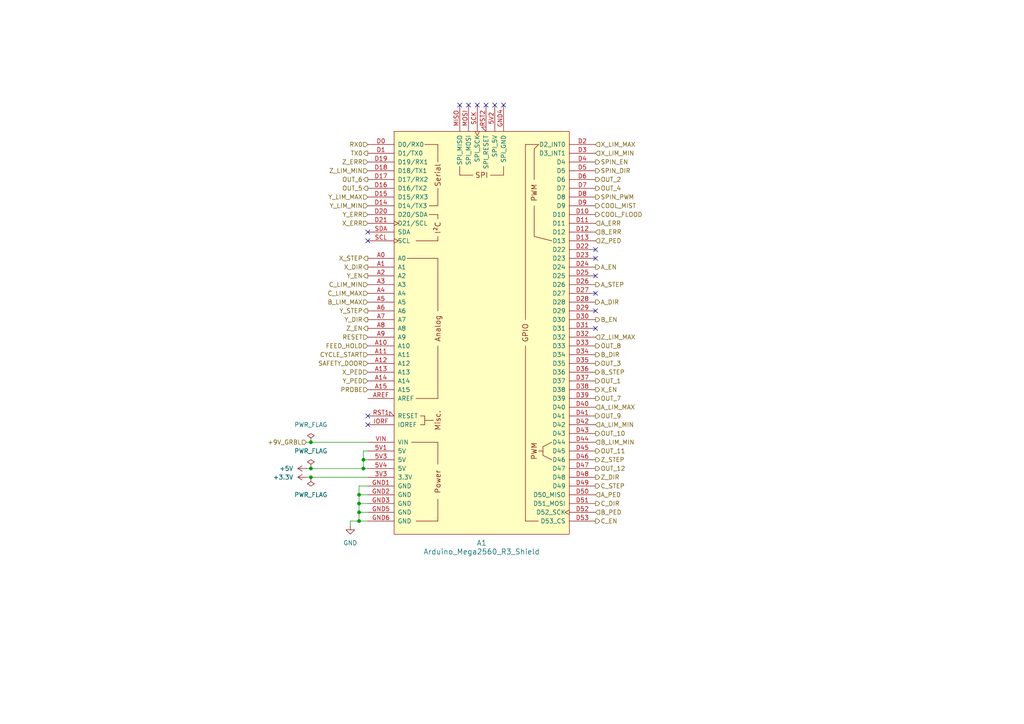
<source format=kicad_sch>
(kicad_sch (version 20250114) (generator "eeschema") (generator_version "9.0")
  (paper "A4")
  (lib_symbols
    (symbol "PCM_arduino-library:Arduino_Mega2560_R3_Shield" (pin_names (offset 1.016))
      (property "Reference" "A" (at 0 -62.23 0))
      (property "Value" "Arduino_Mega2560_R3_Shield" (at 0 -66.04 0))
      (symbol "Arduino_Mega2560_R3_Shield_0_0"
        (rectangle (start -25.4 -58.42) (end 25.4 58.42) (fill (type background)))
        (polyline (pts (xy -21.59 21.59) (xy -12.7 21.59)))
        (rectangle (start -20.32 -31.75) (end -12.7 -31.75))
        (rectangle (start -19.05 26.67) (end -12.7 26.67))
        (rectangle (start -19.05 -19.05) (end -12.7 -19.05))
        (rectangle (start -19.05 -54.61) (end -12.7 -54.61))
        (rectangle (start -17.78 -24.13) (end -16.51 -24.13))
        (rectangle (start -17.78 -26.67) (end -16.51 -26.67))
        (rectangle (start -16.51 54.61) (end -12.7 54.61))
        (rectangle (start -16.51 -24.13) (end -16.51 -26.67))
        (rectangle (start -16.51 -25.4) (end -13.97 -25.4))
        (rectangle (start -15.24 36.83) (end -12.7 36.83))
        (rectangle (start -15.24 34.29) (end -12.7 34.29))
        (rectangle (start -12.7 49.53) (end -12.7 54.61))
        (rectangle (start -12.7 41.91) (end -12.7 36.83))
        (rectangle (start -12.7 34.29) (end -12.7 33.02))
        (rectangle (start -12.7 26.67) (end -12.7 27.94))
        (polyline (pts (xy -12.7 6.35) (xy -12.7 21.59)))
        (polyline (pts (xy -12.7 -19.05) (xy -12.7 -3.81)))
        (rectangle (start -12.7 -31.75) (end -12.7 -38.1))
        (rectangle (start -12.7 -54.61) (end -12.7 -48.26))
        (rectangle (start -6.35 48.26) (end -6.35 45.72))
        (rectangle (start -2.54 45.72) (end -6.35 45.72))
        (rectangle (start 6.35 48.26) (end 6.35 45.72))
        (rectangle (start 6.35 45.72) (end 2.54 45.72))
        (polyline (pts (xy 12.7 54.61) (xy 16.51 54.61)))
        (polyline (pts (xy 12.7 -54.61) (xy 16.51 -54.61)))
        (polyline (pts (xy 15.24 44.45) (xy 15.24 53.34) (xy 16.51 54.61)))
        (polyline (pts (xy 15.24 36.83) (xy 15.24 27.94) (xy 20.32 26.67)))
        (polyline (pts (xy 17.78 -34.29) (xy 16.51 -34.29)))
        (polyline (pts (xy 20.32 -31.75) (xy 17.78 -33.02) (xy 17.78 -35.56) (xy 20.32 -36.83)))
        (text "Serial" (at -12.7 45.72 900) (effects (font (size 1.524 1.524))))
        (text "I²C" (at -12.7 30.48 900) (effects (font (size 1.524 1.524))))
        (text "Analog" (at -12.7 1.27 900) (effects (font (size 1.524 1.524))))
        (text "Misc." (at -12.7 -25.4 900) (effects (font (size 1.524 1.524))))
        (text "Power" (at -12.7 -43.18 900) (effects (font (size 1.524 1.524))))
        (text "SPI" (at 0 45.72 0) (effects (font (size 1.524 1.524))))
        (text "PWM" (at 15.24 40.64 900) (effects (font (size 1.524 1.524))))
        (text "PWM" (at 15.24 -34.29 900) (effects (font (size 1.524 1.524))))
      )
      (symbol "Arduino_Mega2560_R3_Shield_1_0"
        (rectangle (start 12.7 54.61) (end 12.7 3.81))
        (rectangle (start 12.7 -54.61) (end 12.7 -3.81))
        (text "GPIO" (at 12.7 0 900) (effects (font (size 1.524 1.524))))
      )
      (symbol "Arduino_Mega2560_R3_Shield_1_1"
        (pin bidirectional line (at -33.02 54.61 0) (length 7.62) (name "D0/RX0") (number "D0"))
        (pin bidirectional line (at -33.02 52.07 0) (length 7.62) (name "D1/TX0") (number "D1"))
        (pin bidirectional line (at -33.02 49.53 0) (length 7.62) (name "D19/RX1") (number "D19"))
        (pin bidirectional line (at -33.02 46.99 0) (length 7.62) (name "D18/TX1") (number "D18"))
        (pin bidirectional line (at -33.02 44.45 0) (length 7.62) (name "D17/RX2") (number "D17"))
        (pin bidirectional line (at -33.02 41.91 0) (length 7.62) (name "D16/TX2") (number "D16"))
        (pin bidirectional line (at -33.02 39.37 0) (length 7.62) (name "D15/RX3") (number "D15"))
        (pin bidirectional line (at -33.02 36.83 0) (length 7.62) (name "D14/TX3") (number "D14"))
        (pin bidirectional line (at -33.02 34.29 0) (length 7.62) (name "D20/SDA") (number "D20"))
        (pin bidirectional clock (at -33.02 31.75 0) (length 7.62) (name "D21/SCL") (number "D21"))
        (pin bidirectional line (at -33.02 29.21 0) (length 7.62) (name "SDA") (number "SDA"))
        (pin bidirectional clock (at -33.02 26.67 0) (length 7.62) (name "SCL") (number "SCL"))
        (pin bidirectional line (at -33.02 21.59 0) (length 7.62) (name "A0") (number "A0"))
        (pin bidirectional line (at -33.02 19.05 0) (length 7.62) (name "A1") (number "A1"))
        (pin bidirectional line (at -33.02 16.51 0) (length 7.62) (name "A2") (number "A2"))
        (pin bidirectional line (at -33.02 13.97 0) (length 7.62) (name "A3") (number "A3"))
        (pin bidirectional line (at -33.02 11.43 0) (length 7.62) (name "A4") (number "A4"))
        (pin bidirectional line (at -33.02 8.89 0) (length 7.62) (name "A5") (number "A5"))
        (pin bidirectional line (at -33.02 6.35 0) (length 7.62) (name "A6") (number "A6"))
        (pin bidirectional line (at -33.02 3.81 0) (length 7.62) (name "A7") (number "A7"))
        (pin bidirectional line (at -33.02 1.27 0) (length 7.62) (name "A8") (number "A8"))
        (pin bidirectional line (at -33.02 -1.27 0) (length 7.62) (name "A9") (number "A9"))
        (pin bidirectional line (at -33.02 -3.81 0) (length 7.62) (name "A10") (number "A10"))
        (pin bidirectional line (at -33.02 -6.35 0) (length 7.62) (name "A11") (number "A11"))
        (pin bidirectional line (at -33.02 -8.89 0) (length 7.62) (name "A12") (number "A12"))
        (pin bidirectional line (at -33.02 -11.43 0) (length 7.62) (name "A13") (number "A13"))
        (pin bidirectional line (at -33.02 -13.97 0) (length 7.62) (name "A14") (number "A14"))
        (pin bidirectional line (at -33.02 -16.51 0) (length 7.62) (name "A15") (number "A15"))
        (pin input line (at -33.02 -19.05 0) (length 7.62) (name "AREF") (number "AREF"))
        (pin open_collector input_low (at -33.02 -24.13 0) (length 7.62) (name "RESET") (number "RST1"))
        (pin output line (at -33.02 -26.67 0) (length 7.62) (name "IOREF") (number "IORF"))
        (pin power_in line (at -33.02 -31.75 0) (length 7.62) (name "VIN") (number "VIN"))
        (pin power_in line (at -33.02 -34.29 0) (length 7.62) (name "5V") (number "5V1"))
        (pin power_in line (at -33.02 -36.83 0) (length 7.62) (name "5V") (number "5V3"))
        (pin power_in line (at -33.02 -39.37 0) (length 7.62) (name "5V") (number "5V4"))
        (pin power_out line (at -33.02 -41.91 0) (length 7.62) (name "3.3V") (number "3V3"))
        (pin power_in line (at -33.02 -44.45 0) (length 7.62) (name "GND") (number "GND1"))
        (pin power_in line (at -33.02 -46.99 0) (length 7.62) (name "GND") (number "GND2"))
        (pin power_in line (at -33.02 -49.53 0) (length 7.62) (name "GND") (number "GND3"))
        (pin power_in line (at -33.02 -52.07 0) (length 7.62) (name "GND") (number "GND5"))
        (pin power_in line (at -33.02 -54.61 0) (length 7.62) (name "GND") (number "GND6"))
        (pin input line (at -6.35 66.04 270) (length 7.62) (name "SPI_MISO") (number "MISO"))
        (pin output line (at -3.81 66.04 270) (length 7.62) (name "SPI_MOSI") (number "MOSI"))
        (pin output clock (at -1.27 66.04 270) (length 7.62) (name "SPI_SCK") (number "SCK"))
        (pin open_collector input_low (at 1.27 66.04 270) (length 7.62) (name "SPI_RESET") (number "RST2"))
        (pin power_in line (at 3.81 66.04 270) (length 7.62) (name "SPI_5V") (number "5V2"))
        (pin power_in line (at 6.35 66.04 270) (length 7.62) (name "SPI_GND") (number "GND4"))
        (pin bidirectional line (at 33.02 54.61 180) (length 7.62) (name "D2_INT0") (number "D2"))
        (pin bidirectional line (at 33.02 52.07 180) (length 7.62) (name "D3_INT1") (number "D3"))
        (pin bidirectional line (at 33.02 49.53 180) (length 7.62) (name "D4") (number "D4"))
        (pin bidirectional line (at 33.02 46.99 180) (length 7.62) (name "D5") (number "D5"))
        (pin bidirectional line (at 33.02 44.45 180) (length 7.62) (name "D6") (number "D6"))
        (pin bidirectional line (at 33.02 41.91 180) (length 7.62) (name "D7") (number "D7"))
        (pin bidirectional line (at 33.02 39.37 180) (length 7.62) (name "D8") (number "D8"))
        (pin bidirectional line (at 33.02 36.83 180) (length 7.62) (name "D9") (number "D9"))
        (pin bidirectional line (at 33.02 34.29 180) (length 7.62) (name "D10") (number "D10"))
        (pin bidirectional line (at 33.02 31.75 180) (length 7.62) (name "D11") (number "D11"))
        (pin bidirectional line (at 33.02 29.21 180) (length 7.62) (name "D12") (number "D12"))
        (pin bidirectional line (at 33.02 26.67 180) (length 7.62) (name "D13") (number "D13"))
        (pin bidirectional line (at 33.02 24.13 180) (length 7.62) (name "D22") (number "D22"))
        (pin bidirectional line (at 33.02 21.59 180) (length 7.62) (name "D23") (number "D23"))
        (pin bidirectional line (at 33.02 19.05 180) (length 7.62) (name "D24") (number "D24"))
        (pin bidirectional line (at 33.02 16.51 180) (length 7.62) (name "D25") (number "D25"))
        (pin bidirectional line (at 33.02 13.97 180) (length 7.62) (name "D26") (number "D26"))
        (pin bidirectional line (at 33.02 11.43 180) (length 7.62) (name "D27") (number "D27"))
        (pin bidirectional line (at 33.02 8.89 180) (length 7.62) (name "D28") (number "D28"))
        (pin bidirectional line (at 33.02 6.35 180) (length 7.62) (name "D29") (number "D29"))
        (pin bidirectional line (at 33.02 3.81 180) (length 7.62) (name "D30") (number "D30"))
        (pin bidirectional line (at 33.02 1.27 180) (length 7.62) (name "D31") (number "D31"))
        (pin bidirectional line (at 33.02 -1.27 180) (length 7.62) (name "D32") (number "D32"))
        (pin bidirectional line (at 33.02 -3.81 180) (length 7.62) (name "D33") (number "D33"))
        (pin bidirectional line (at 33.02 -6.35 180) (length 7.62) (name "D34") (number "D34"))
        (pin bidirectional line (at 33.02 -8.89 180) (length 7.62) (name "D35") (number "D35"))
        (pin bidirectional line (at 33.02 -11.43 180) (length 7.62) (name "D36") (number "D36"))
        (pin bidirectional line (at 33.02 -13.97 180) (length 7.62) (name "D37") (number "D37"))
        (pin bidirectional line (at 33.02 -16.51 180) (length 7.62) (name "D38") (number "D38"))
        (pin bidirectional line (at 33.02 -19.05 180) (length 7.62) (name "D39") (number "D39"))
        (pin bidirectional line (at 33.02 -21.59 180) (length 7.62) (name "D40") (number "D40"))
        (pin bidirectional line (at 33.02 -24.13 180) (length 7.62) (name "D41") (number "D41"))
        (pin bidirectional line (at 33.02 -26.67 180) (length 7.62) (name "D42") (number "D42"))
        (pin bidirectional line (at 33.02 -29.21 180) (length 7.62) (name "D43") (number "D43"))
        (pin bidirectional line (at 33.02 -31.75 180) (length 7.62) (name "D44") (number "D44"))
        (pin bidirectional line (at 33.02 -34.29 180) (length 7.62) (name "D45") (number "D45"))
        (pin bidirectional line (at 33.02 -36.83 180) (length 7.62) (name "D46") (number "D46"))
        (pin bidirectional line (at 33.02 -39.37 180) (length 7.62) (name "D47") (number "D47"))
        (pin bidirectional line (at 33.02 -41.91 180) (length 7.62) (name "D48") (number "D48"))
        (pin bidirectional line (at 33.02 -44.45 180) (length 7.62) (name "D49") (number "D49"))
        (pin bidirectional line (at 33.02 -46.99 180) (length 7.62) (name "D50_MISO") (number "D50"))
        (pin bidirectional line (at 33.02 -49.53 180) (length 7.62) (name "D51_MOSI") (number "D51"))
        (pin bidirectional clock (at 33.02 -52.07 180) (length 7.62) (name "D52_SCK") (number "D52"))
        (pin bidirectional line (at 33.02 -54.61 180) (length 7.62) (name "D53_CS") (number "D53"))
      )
    )
    (symbol "power:+3.3V" (power) (pin_numbers (hide yes)) (pin_names (offset 0) (hide yes))
      (property "Value" "+3.3V" (at 0 3.556 0))
      (symbol "+3.3V_0_1"
        (polyline (pts (xy -0.762 1.27) (xy 0 2.54)))
        (polyline (pts (xy 0 2.54) (xy 0.762 1.27)))
        (polyline (pts (xy 0 0) (xy 0 2.54)))
      )
      (symbol "+3.3V_1_1"
        (pin power_in line (at 0 0 90) (length 0) (name "~") (number "1"))
      )
    )
    (symbol "power:+5V" (power) (pin_numbers (hide yes)) (pin_names (offset 0) (hide yes))
      (property "Value" "+5V" (at 0 3.556 0))
      (symbol "+5V_0_1"
        (polyline (pts (xy -0.762 1.27) (xy 0 2.54)))
        (polyline (pts (xy 0 2.54) (xy 0.762 1.27)))
        (polyline (pts (xy 0 0) (xy 0 2.54)))
      )
      (symbol "+5V_1_1"
        (pin power_in line (at 0 0 90) (length 0) (name "~") (number "1"))
      )
    )
    (symbol "power:GND" (power) (pin_numbers (hide yes)) (pin_names (offset 0) (hide yes))
      (property "Value" "GND" (at 0 -3.81 0))
      (symbol "GND_0_1"
        (polyline (pts (xy 0 0) (xy 0 -1.27) (xy 1.27 -1.27) (xy 0 -2.54) (xy -1.27 -1.27) (xy 0 -1.27)))
      )
      (symbol "GND_1_1"
        (pin power_in line (at 0 0 270) (length 0) (name "~") (number "1"))
      )
    )
    (symbol "power:PWR_FLAG" (power) (pin_numbers (hide yes)) (pin_names (offset 0) (hide yes))
      (property "Value" "PWR_FLAG" (at 0 3.81 0))
      (symbol "PWR_FLAG_0_0"
        (pin power_out line (at 0 0 90) (length 0) (name "~") (number "1"))
      )
      (symbol "PWR_FLAG_0_1"
        (polyline (pts (xy 0 0) (xy 0 1.27) (xy -1.016 1.905) (xy 0 2.54) (xy 1.016 1.905) (xy 0 1.27)))
      )
    )
  )
  (junction (at 90.17 128.27))
  (junction (at 104.14 151.13))
  (junction (at 105.41 133.35))
  (junction (at 105.41 135.89))
  (junction (at 104.14 146.05))
  (junction (at 90.17 135.89))
  (junction (at 104.14 143.51))
  (junction (at 90.17 138.43))
  (junction (at 104.14 148.59))
  (no_connect (at 140.97 30.48))
  (no_connect (at 172.72 85.09))
  (no_connect (at 106.68 67.31))
  (no_connect (at 106.68 120.65))
  (no_connect (at 146.05 30.48))
  (no_connect (at 172.72 95.25))
  (no_connect (at 172.72 90.17))
  (no_connect (at 133.35 30.48))
  (no_connect (at 172.72 80.01))
  (no_connect (at 172.72 72.39))
  (no_connect (at 138.43 30.48))
  (no_connect (at 135.89 30.48))
  (no_connect (at 143.51 30.48))
  (no_connect (at 106.68 123.19))
  (no_connect (at 106.68 69.85))
  (no_connect (at 172.72 74.93))
  (wire (pts (xy 106.68 130.81) (xy 105.41 130.81)))
  (wire (pts (xy 104.14 148.59) (xy 104.14 151.13)))
  (wire (pts (xy 104.14 151.13) (xy 101.6 151.13)))
  (wire (pts (xy 106.68 146.05) (xy 104.14 146.05)))
  (wire (pts (xy 90.17 135.89) (xy 105.41 135.89)))
  (wire (pts (xy 105.41 133.35) (xy 105.41 135.89)))
  (wire (pts (xy 106.68 143.51) (xy 104.14 143.51)))
  (wire (pts (xy 104.14 143.51) (xy 104.14 146.05)))
  (wire (pts (xy 106.68 148.59) (xy 104.14 148.59)))
  (wire (pts (xy 105.41 130.81) (xy 105.41 133.35)))
  (wire (pts (xy 106.68 151.13) (xy 104.14 151.13)))
  (wire (pts (xy 101.6 151.13) (xy 101.6 152.4)))
  (wire (pts (xy 104.14 140.97) (xy 104.14 143.51)))
  (wire (pts (xy 106.68 140.97) (xy 104.14 140.97)))
  (wire (pts (xy 88.9 135.89) (xy 90.17 135.89)))
  (wire (pts (xy 90.17 138.43) (xy 106.68 138.43)))
  (wire (pts (xy 88.9 138.43) (xy 90.17 138.43)))
  (wire (pts (xy 105.41 135.89) (xy 106.68 135.89)))
  (wire (pts (xy 90.17 128.27) (xy 106.68 128.27)))
  (wire (pts (xy 106.68 133.35) (xy 105.41 133.35)))
  (wire (pts (xy 88.9 128.27) (xy 90.17 128.27)))
  (wire (pts (xy 104.14 146.05) (xy 104.14 148.59)))
  (hierarchical_label "OUT_12" (shape output) (at 172.72 135.89 0))
  (hierarchical_label "OUT_1" (shape output) (at 172.72 110.49 0))
  (hierarchical_label "X_LIM_MAX" (shape input) (at 172.72 41.91 0))
  (hierarchical_label "COOL_FLOOD" (shape output) (at 172.72 62.23 0))
  (hierarchical_label "Z_PED" (shape input) (at 172.72 69.85 0))
  (hierarchical_label "RESET" (shape input) (at 106.68 97.79 180))
  (hierarchical_label "OUT_5" (shape output) (at 106.68 54.61 180))
  (hierarchical_label "A_STEP" (shape output) (at 172.72 82.55 0))
  (hierarchical_label "Z_EN" (shape output) (at 106.68 95.25 180))
  (hierarchical_label "FEED_HOLD" (shape input) (at 106.68 100.33 180))
  (hierarchical_label "A_ERR" (shape input) (at 172.72 64.77 0))
  (hierarchical_label "A_LIM_MAX" (shape input) (at 172.72 118.11 0))
  (hierarchical_label "OUT_3" (shape output) (at 172.72 105.41 0))
  (hierarchical_label "Y_DIR" (shape output) (at 106.68 92.71 180))
  (hierarchical_label "Z_LIM_MAX" (shape input) (at 172.72 97.79 0))
  (hierarchical_label "C_LIM_MIN" (shape input) (at 106.68 82.55 180))
  (hierarchical_label "A_LIM_MIN" (shape input) (at 172.72 123.19 0))
  (hierarchical_label "B_PED" (shape input) (at 172.72 148.59 0))
  (hierarchical_label "C_DIR" (shape output) (at 172.72 146.05 0))
  (hierarchical_label "OUT_8" (shape output) (at 172.72 100.33 0))
  (hierarchical_label "OUT_10" (shape output) (at 172.72 125.73 0))
  (hierarchical_label "B_EN" (shape output) (at 172.72 92.71 0))
  (hierarchical_label "SPIN_DIR" (shape output) (at 172.72 49.53 0))
  (hierarchical_label "OUT_4" (shape output) (at 172.72 54.61 0))
  (hierarchical_label "Z_LIM_MIN" (shape input) (at 106.68 49.53 180))
  (hierarchical_label "SPIN_EN" (shape output) (at 172.72 46.99 0))
  (hierarchical_label "C_LIM_MAX" (shape input) (at 106.68 85.09 180))
  (hierarchical_label "CYCLE_START" (shape input) (at 106.68 102.87 180))
  (hierarchical_label "Y_LIM_MIN" (shape input) (at 106.68 59.69 180))
  (hierarchical_label "X_LIM_MIN" (shape input) (at 172.72 44.45 0))
  (hierarchical_label "Y_ERR" (shape input) (at 106.68 62.23 180))
  (hierarchical_label "X_STEP" (shape output) (at 106.68 74.93 180))
  (hierarchical_label "+9V_GRBL" (shape input) (at 88.9 128.27 180))
  (hierarchical_label "Y_LIM_MAX" (shape input) (at 106.68 57.15 180))
  (hierarchical_label "X_DIR" (shape output) (at 106.68 77.47 180))
  (hierarchical_label "B_LIM_MAX" (shape input) (at 106.68 87.63 180))
  (hierarchical_label "X_PED" (shape input) (at 106.68 107.95 180))
  (hierarchical_label "B_DIR" (shape output) (at 172.72 102.87 0))
  (hierarchical_label "A_PED" (shape input) (at 172.72 143.51 0))
  (hierarchical_label "X_ERR" (shape input) (at 106.68 64.77 180))
  (hierarchical_label "A_EN" (shape output) (at 172.72 77.47 0))
  (hierarchical_label "OUT_9" (shape output) (at 172.72 120.65 0))
  (hierarchical_label "B_ERR" (shape input) (at 172.72 67.31 0))
  (hierarchical_label "A_DIR" (shape output) (at 172.72 87.63 0))
  (hierarchical_label "OUT_2" (shape output) (at 172.72 52.07 0))
  (hierarchical_label "Y_EN" (shape output) (at 106.68 80.01 180))
  (hierarchical_label "OUT_7" (shape output) (at 172.72 115.57 0))
  (hierarchical_label "COOL_MIST" (shape output) (at 172.72 59.69 0))
  (hierarchical_label "Y_PED" (shape input) (at 106.68 110.49 180))
  (hierarchical_label "OUT_11" (shape output) (at 172.72 130.81 0))
  (hierarchical_label "X_EN" (shape output) (at 172.72 113.03 0))
  (hierarchical_label "OUT_6" (shape output) (at 106.68 52.07 180))
  (hierarchical_label "B_LIM_MIN" (shape input) (at 172.72 128.27 0))
  (hierarchical_label "TX0" (shape output) (at 106.68 44.45 180))
  (hierarchical_label "C_STEP" (shape output) (at 172.72 140.97 0))
  (hierarchical_label "B_STEP" (shape output) (at 172.72 107.95 0))
  (hierarchical_label "Z_DIR" (shape output) (at 172.72 138.43 0))
  (hierarchical_label "Z_STEP" (shape output) (at 172.72 133.35 0))
  (hierarchical_label "Z_ERR" (shape input) (at 106.68 46.99 180))
  (hierarchical_label "Y_STEP" (shape output) (at 106.68 90.17 180))
  (hierarchical_label "C_EN" (shape output) (at 172.72 151.13 0))
  (hierarchical_label "SAFETY_DOOR" (shape input) (at 106.68 105.41 180))
  (hierarchical_label "PROBE" (shape input) (at 106.68 113.03 180))
  (hierarchical_label "RX0" (shape input) (at 106.68 41.91 180))
  (hierarchical_label "SPIN_PWM" (shape output) (at 172.72 57.15 0))
  (symbol (lib_id "PCM_arduino-library:Arduino_Mega2560_R3_Shield") (at 139.7 96.52 0) (unit 1)
    (property "Reference" "A1" (at 139.7 157.48 0) (effects (font (size 1.524 1.524))))
    (property "Value" "Arduino_Mega2560_R3_Shield" (at 139.7 160.02 0) (effects (font (size 1.524 1.524))))
    (property "Footprint" "PCM_arduino-library:Arduino_Mega2560_R3_Shield" (effects (hide yes)))
    (property "Datasheet" "https://docs.arduino.cc/hardware/mega-2560" (effects (hide yes)))
    (property "Description" "Shield for Arduino Mega 2560 R3" (effects (hide yes)))
  )
  (symbol (lib_id "power:PWR_FLAG") (at 90.17 128.27 0) (unit 1)
    (property "Reference" "#FLG03" (effects (hide yes)))
    (property "Value" "PWR_FLAG" (at 90.17 123.19 0))
    (property "Description" "Special symbol for telling ERC where power comes from" (effects (hide yes)))
  )
  (symbol (lib_id "power:+3.3V") (at 88.9 138.43 90) (unit 1)
    (property "Reference" "#PWR02" (effects (hide yes)))
    (property "Value" "+3.3V" (at 85.09 138.4299 90) (effects (justify left)))
    (property "Description" "Power symbol creates a global label with name \"+3.3V\"" (effects (hide yes)))
  )
  (symbol (lib_id "power:PWR_FLAG") (at 90.17 138.43 180) (unit 1)
    (property "Reference" "#FLG02" (effects (hide yes)))
    (property "Value" "PWR_FLAG" (at 90.17 143.51 0))
    (property "Description" "Special symbol for telling ERC where power comes from" (effects (hide yes)))
  )
  (symbol (lib_id "power:+5V") (at 88.9 135.89 90) (unit 1)
    (property "Reference" "#PWR03" (effects (hide yes)))
    (property "Value" "+5V" (at 85.09 135.8899 90) (effects (justify left)))
    (property "Description" "Power symbol creates a global label with name \"+5V\"" (effects (hide yes)))
  )
  (symbol (lib_id "power:GND") (at 101.6 152.4 0) (unit 1)
    (property "Reference" "#PWR01" (effects (hide yes)))
    (property "Value" "GND" (at 101.6 157.48 0))
    (property "Description" "Power symbol creates a global label with name \"GND\" , ground" (effects (hide yes)))
  )
  (symbol (lib_id "power:PWR_FLAG") (at 90.17 135.89 0) (unit 1)
    (property "Reference" "#FLG01" (effects (hide yes)))
    (property "Value" "PWR_FLAG" (at 90.17 130.81 0))
    (property "Description" "Special symbol for telling ERC where power comes from" (effects (hide yes)))
  )
)
</source>
